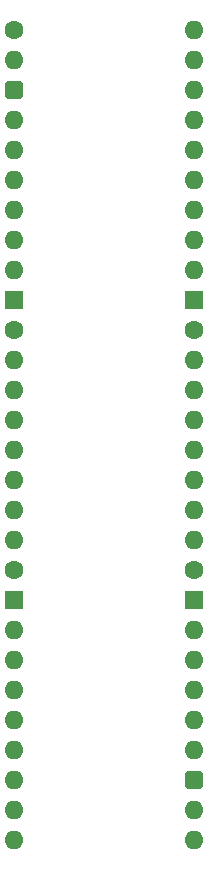
<source format=gbs>
%TF.GenerationSoftware,KiCad,Pcbnew,7.0.5*%
%TF.CreationDate,2024-02-16T13:35:37+02:00*%
%TF.ProjectId,Address Buffer 24bit,41646472-6573-4732-9042-756666657220,V0*%
%TF.SameCoordinates,PX54c81a0PY37b6b20*%
%TF.FileFunction,Soldermask,Bot*%
%TF.FilePolarity,Negative*%
%FSLAX46Y46*%
G04 Gerber Fmt 4.6, Leading zero omitted, Abs format (unit mm)*
G04 Created by KiCad (PCBNEW 7.0.5) date 2024-02-16 13:35:37*
%MOMM*%
%LPD*%
G01*
G04 APERTURE LIST*
G04 Aperture macros list*
%AMRoundRect*
0 Rectangle with rounded corners*
0 $1 Rounding radius*
0 $2 $3 $4 $5 $6 $7 $8 $9 X,Y pos of 4 corners*
0 Add a 4 corners polygon primitive as box body*
4,1,4,$2,$3,$4,$5,$6,$7,$8,$9,$2,$3,0*
0 Add four circle primitives for the rounded corners*
1,1,$1+$1,$2,$3*
1,1,$1+$1,$4,$5*
1,1,$1+$1,$6,$7*
1,1,$1+$1,$8,$9*
0 Add four rect primitives between the rounded corners*
20,1,$1+$1,$2,$3,$4,$5,0*
20,1,$1+$1,$4,$5,$6,$7,0*
20,1,$1+$1,$6,$7,$8,$9,0*
20,1,$1+$1,$8,$9,$2,$3,0*%
G04 Aperture macros list end*
%ADD10C,1.600000*%
%ADD11O,1.600000X1.600000*%
%ADD12RoundRect,0.400000X-0.400000X-0.400000X0.400000X-0.400000X0.400000X0.400000X-0.400000X0.400000X0*%
%ADD13R,1.600000X1.600000*%
G04 APERTURE END LIST*
D10*
%TO.C,J2*%
X0Y0D03*
D11*
X0Y-2540000D03*
D12*
X0Y-5080000D03*
D11*
X0Y-7620000D03*
X0Y-10160000D03*
X0Y-12700000D03*
X0Y-15240000D03*
X0Y-17780000D03*
X0Y-20320000D03*
D13*
X0Y-22860000D03*
D10*
X0Y-25400000D03*
D11*
X0Y-27940000D03*
X0Y-30480000D03*
X0Y-33020000D03*
X0Y-35560000D03*
X0Y-38100000D03*
X0Y-40640000D03*
X0Y-43180000D03*
D10*
X0Y-45720000D03*
D13*
X0Y-48260000D03*
D11*
X0Y-50800000D03*
X0Y-53340000D03*
X0Y-55880000D03*
X0Y-58420000D03*
X0Y-60960000D03*
X0Y-63500000D03*
X0Y-66040000D03*
X0Y-68580000D03*
X15240000Y-68580000D03*
X15240000Y-66040000D03*
D12*
X15240000Y-63500000D03*
D11*
X15240000Y-60960000D03*
X15240000Y-58420000D03*
X15240000Y-55880000D03*
X15240000Y-53340000D03*
X15240000Y-50800000D03*
D13*
X15240000Y-48260000D03*
D10*
X15240000Y-45720000D03*
D11*
X15240000Y-43180000D03*
X15240000Y-40640000D03*
X15240000Y-38100000D03*
X15240000Y-35560000D03*
X15240000Y-33020000D03*
X15240000Y-30480000D03*
X15240000Y-27940000D03*
D10*
X15240000Y-25400000D03*
D13*
X15240000Y-22860000D03*
D11*
X15240000Y-20320000D03*
X15240000Y-17780000D03*
X15240000Y-15240000D03*
X15240000Y-12700000D03*
X15240000Y-10160000D03*
X15240000Y-7620000D03*
X15240000Y-5080000D03*
X15240000Y-2540000D03*
X15240000Y0D03*
%TD*%
M02*

</source>
